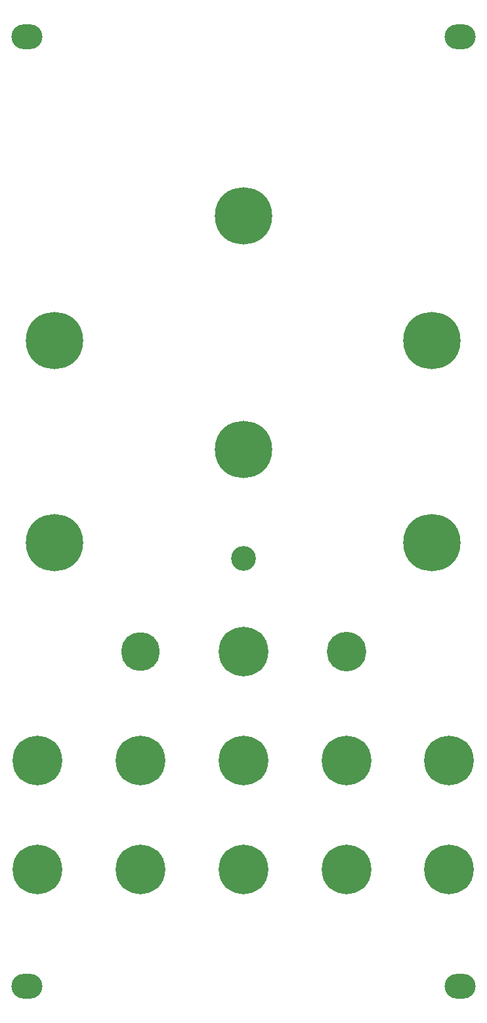
<source format=gbs>
%TF.GenerationSoftware,KiCad,Pcbnew,7.0.8*%
%TF.CreationDate,2024-02-26T10:38:45-05:00*%
%TF.ProjectId,lichen-medium-panel,6c696368-656e-42d6-9d65-6469756d2d70,1.0*%
%TF.SameCoordinates,Original*%
%TF.FileFunction,Soldermask,Bot*%
%TF.FilePolarity,Negative*%
%FSLAX46Y46*%
G04 Gerber Fmt 4.6, Leading zero omitted, Abs format (unit mm)*
G04 Created by KiCad (PCBNEW 7.0.8) date 2024-02-26 10:38:45*
%MOMM*%
%LPD*%
G01*
G04 APERTURE LIST*
G04 Aperture macros list*
%AMRoundRect*
0 Rectangle with rounded corners*
0 $1 Rounding radius*
0 $2 $3 $4 $5 $6 $7 $8 $9 X,Y pos of 4 corners*
0 Add a 4 corners polygon primitive as box body*
4,1,4,$2,$3,$4,$5,$6,$7,$8,$9,$2,$3,0*
0 Add four circle primitives for the rounded corners*
1,1,$1+$1,$2,$3*
1,1,$1+$1,$4,$5*
1,1,$1+$1,$6,$7*
1,1,$1+$1,$8,$9*
0 Add four rect primitives between the rounded corners*
20,1,$1+$1,$2,$3,$4,$5,0*
20,1,$1+$1,$4,$5,$6,$7,0*
20,1,$1+$1,$6,$7,$8,$9,0*
20,1,$1+$1,$8,$9,$2,$3,0*%
G04 Aperture macros list end*
%ADD10C,6.400000*%
%ADD11C,5.100000*%
%ADD12C,7.400000*%
%ADD13RoundRect,1.600000X-0.400000X0.000000X0.400000X0.000000X0.400000X0.000000X-0.400000X0.000000X0*%
%ADD14RoundRect,1.600000X0.400000X0.000000X-0.400000X0.000000X-0.400000X0.000000X0.400000X0.000000X0*%
%ADD15C,3.200000*%
%ADD16C,5.000000*%
G04 APERTURE END LIST*
D10*
%TO.C,AUDIO_OUT_L*%
X161950000Y-196375000D03*
%TD*%
%TO.C,GATE_IN*%
X135400000Y-182321000D03*
%TD*%
D11*
%TO.C,BUTTON*%
X148675000Y-182321000D03*
%TD*%
D10*
%TO.C,CV_IN_2*%
X135400000Y-196375000D03*
%TD*%
D12*
%TO.C,POT2*%
X111063000Y-142163000D03*
%TD*%
D10*
%TO.C,AUDIO_IN_L*%
X108850000Y-196375000D03*
%TD*%
%TO.C,CV_IN_3*%
X148675000Y-196375000D03*
%TD*%
D13*
%TO.C, *%
X107500000Y-225500000D03*
%TD*%
D10*
%TO.C,CV_IN_4*%
X122125000Y-210430000D03*
%TD*%
D14*
%TO.C, *%
X163380000Y-103000000D03*
%TD*%
D10*
%TO.C,AUDIO_IN_R*%
X108850000Y-210430000D03*
%TD*%
D12*
%TO.C,POT1*%
X135400000Y-126102000D03*
%TD*%
%TO.C,POT6*%
X159737000Y-168265000D03*
%TD*%
D10*
%TO.C,CV_IN_5*%
X135400000Y-210430000D03*
%TD*%
%TO.C,CV_IN_1*%
X122125000Y-196375000D03*
%TD*%
D13*
%TO.C, *%
X107500000Y-103000000D03*
%TD*%
D10*
%TO.C,AUDIO_OUT_R*%
X161950000Y-210430000D03*
%TD*%
D12*
%TO.C,POT5*%
X111063000Y-168265000D03*
%TD*%
D15*
%TO.C,LED*%
X135400000Y-170274000D03*
%TD*%
D12*
%TO.C,POT3*%
X159737000Y-142163000D03*
%TD*%
%TO.C,POT4*%
X135400000Y-156219000D03*
%TD*%
D10*
%TO.C,CV_IN_6*%
X148675000Y-210430000D03*
%TD*%
D16*
%TO.C,SUBMINI_SWITCH*%
X122125000Y-182321000D03*
%TD*%
D14*
%TO.C, *%
X163380000Y-225500000D03*
%TD*%
M02*

</source>
